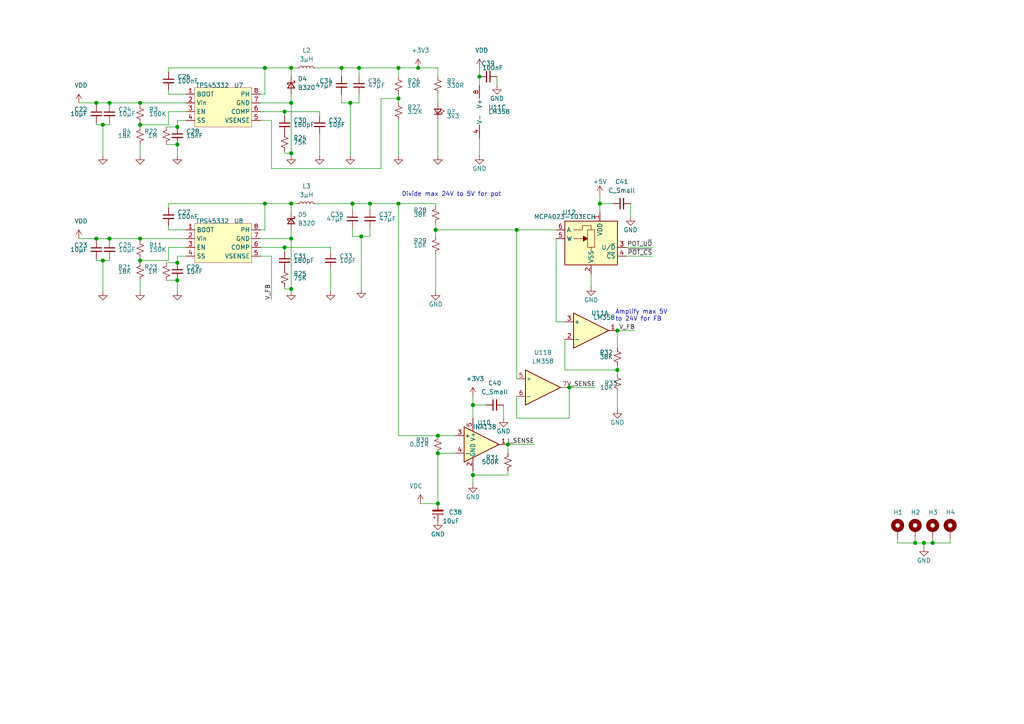
<source format=kicad_sch>
(kicad_sch (version 20200714) (host eeschema "(5.99.0-2671-gfc0a358ba)")
  (page 1 2)
  (paper "A4")
  (junction (at 27.94 29.845) (diameter 1.016))
  (junction (at 27.94 69.215) (diameter 1.016))
  (junction (at 29.845 36.195) (diameter 1.016))
  (junction (at 29.845 75.565) (diameter 1.016))
  (junction (at 31.75 29.845) (diameter 1.016))
  (junction (at 31.75 69.215) (diameter 1.016))
  (junction (at 40.64 29.845) (diameter 1.016))
  (junction (at 40.64 36.195) (diameter 1.016))
  (junction (at 40.64 69.215) (diameter 1.016))
  (junction (at 40.64 75.565) (diameter 1.016))
  (junction (at 51.435 36.83) (diameter 1.016))
  (junction (at 51.435 41.91) (diameter 1.016))
  (junction (at 51.435 76.2) (diameter 1.016))
  (junction (at 51.435 81.28) (diameter 1.016))
  (junction (at 76.835 19.685) (diameter 1.016))
  (junction (at 76.835 59.055) (diameter 1.016))
  (junction (at 82.55 32.385) (diameter 1.016))
  (junction (at 82.55 71.755) (diameter 1.016))
  (junction (at 84.455 19.685) (diameter 1.016))
  (junction (at 84.455 29.845) (diameter 1.016))
  (junction (at 84.455 44.45) (diameter 1.016))
  (junction (at 84.455 59.055) (diameter 1.016))
  (junction (at 84.455 69.215) (diameter 1.016))
  (junction (at 84.455 83.82) (diameter 1.016))
  (junction (at 99.06 19.685) (diameter 1.016))
  (junction (at 101.6 29.845) (diameter 1.016))
  (junction (at 102.235 59.055) (diameter 1.016))
  (junction (at 104.14 19.685) (diameter 1.016))
  (junction (at 104.775 68.58) (diameter 1.016))
  (junction (at 107.315 59.055) (diameter 1.016))
  (junction (at 115.57 19.685) (diameter 1.016))
  (junction (at 115.57 28.575) (diameter 1.016))
  (junction (at 115.57 59.055) (diameter 1.016))
  (junction (at 121.285 19.685) (diameter 1.016))
  (junction (at 126.365 66.675) (diameter 1.016))
  (junction (at 127 126.365) (diameter 1.016))
  (junction (at 127 131.445) (diameter 1.016))
  (junction (at 127 146.05) (diameter 1.016))
  (junction (at 137.16 117.475) (diameter 1.016))
  (junction (at 137.16 137.795) (diameter 1.016))
  (junction (at 139.065 22.225) (diameter 1.016))
  (junction (at 147.32 128.905) (diameter 1.016))
  (junction (at 149.86 66.675) (diameter 1.016))
  (junction (at 165.1 112.395) (diameter 1.016))
  (junction (at 173.99 59.055) (diameter 1.016))
  (junction (at 179.07 95.885) (diameter 1.016))
  (junction (at 179.07 107.315) (diameter 1.016))
  (junction (at 265.43 157.48) (diameter 1.016))
  (junction (at 267.97 157.48) (diameter 1.016))
  (junction (at 270.51 157.48) (diameter 1.016))
  (junction (at 311.15 -2.54) (diameter 1.016))
  (junction (at 311.15 6.35) (diameter 1.016))
  (junction (at 320.04 -29.21) (diameter 1.016))
  (junction (at 320.04 -2.54) (diameter 1.016))
  (junction (at 320.04 6.35) (diameter 1.016))
  (junction (at 321.31 16.51) (diameter 1.016))
  (junction (at 328.93 -2.54) (diameter 1.016))
  (junction (at 332.74 -20.32) (diameter 1.016))
  (junction (at 341.63 36.83) (diameter 1.016))
  (junction (at 341.63 41.91) (diameter 1.016))
  (junction (at 345.44 -29.21) (diameter 1.016))
  (junction (at 359.41 -5.08) (diameter 1.016))
  (junction (at 364.49 66.04) (diameter 1.016))
  (junction (at 364.49 71.12) (diameter 1.016))
  (junction (at 365.76 105.41) (diameter 1.016))
  (junction (at 369.57 0) (diameter 1.016))
  (junction (at 369.57 13.97) (diameter 1.016))
  (junction (at 369.57 66.04) (diameter 1.016))
  (junction (at 369.57 71.12) (diameter 1.016))
  (junction (at 372.11 80.01) (diameter 1.016))
  (junction (at 372.11 97.79) (diameter 1.016))
  (junction (at 372.11 109.22) (diameter 1.016))
  (junction (at 375.92 80.01) (diameter 1.016))
  (junction (at 378.46 80.01) (diameter 1.016))
  (junction (at 378.46 97.79) (diameter 1.016))
  (junction (at 378.46 113.03) (diameter 1.016))
  (junction (at 384.81 -5.08) (diameter 1.016))
  (junction (at 384.81 2.54) (diameter 1.016))
  (junction (at 386.08 97.79) (diameter 1.016))
  (junction (at 386.08 116.84) (diameter 1.016))
  (junction (at 393.7 -5.08) (diameter 1.016))
  (junction (at 393.7 2.54) (diameter 1.016))
  (junction (at 396.24 -39.37) (diameter 1.016))
  (junction (at 397.51 -5.08) (diameter 1.016))
  (junction (at 405.13 109.22) (diameter 1.016))
  (junction (at 405.13 113.03) (diameter 1.016))
  (junction (at 405.13 116.84) (diameter 1.016))
  (junction (at 408.94 -5.08) (diameter 1.016))
  (junction (at 420.37 62.23) (diameter 1.016))
  (junction (at 420.37 67.31) (diameter 1.016))
  (junction (at 420.37 81.915) (diameter 1.016))
  (junction (at 430.53 53.34) (diameter 1.016))
  (junction (at 430.53 73.66) (diameter 1.016))
  (junction (at 440.69 2.54) (diameter 1.016))
  (junction (at 440.69 64.77) (diameter 1.016))
  (junction (at 443.23 2.54) (diameter 1.016))
  (junction (at 458.47 48.26) (diameter 1.016))
  (junction (at 467.36 -5.08) (diameter 1.016))
  (junction (at 472.44 31.75) (diameter 1.016))
  (junction (at 472.44 43.18) (diameter 1.016))
  (junction (at 508 58.42) (diameter 1.016))
  (junction (at 508 60.96) (diameter 1.016))
  (wire (pts (xy 22.86 29.845) (xy 27.94 29.845)))
  (wire (pts (xy 22.86 69.215) (xy 27.94 69.215)))
  (wire (pts (xy 27.94 29.845) (xy 27.94 30.48)))
  (wire (pts (xy 27.94 29.845) (xy 31.75 29.845)))
  (wire (pts (xy 27.94 35.56) (xy 27.94 36.195)))
  (wire (pts (xy 27.94 36.195) (xy 29.845 36.195)))
  (wire (pts (xy 27.94 69.215) (xy 27.94 69.85)))
  (wire (pts (xy 27.94 69.215) (xy 31.75 69.215)))
  (wire (pts (xy 27.94 74.93) (xy 27.94 75.565)))
  (wire (pts (xy 27.94 75.565) (xy 29.845 75.565)))
  (wire (pts (xy 29.845 36.195) (xy 29.845 45.085)))
  (wire (pts (xy 29.845 36.195) (xy 31.75 36.195)))
  (wire (pts (xy 29.845 75.565) (xy 29.845 84.455)))
  (wire (pts (xy 29.845 75.565) (xy 31.75 75.565)))
  (wire (pts (xy 31.75 29.845) (xy 31.75 30.48)))
  (wire (pts (xy 31.75 29.845) (xy 40.64 29.845)))
  (wire (pts (xy 31.75 36.195) (xy 31.75 35.56)))
  (wire (pts (xy 31.75 69.215) (xy 31.75 69.85)))
  (wire (pts (xy 31.75 69.215) (xy 40.64 69.215)))
  (wire (pts (xy 31.75 75.565) (xy 31.75 74.93)))
  (wire (pts (xy 40.64 29.845) (xy 40.64 30.48)))
  (wire (pts (xy 40.64 29.845) (xy 53.975 29.845)))
  (wire (pts (xy 40.64 36.195) (xy 40.64 35.56)))
  (wire (pts (xy 40.64 36.195) (xy 48.895 36.195)))
  (wire (pts (xy 40.64 36.83) (xy 40.64 36.195)))
  (wire (pts (xy 40.64 45.085) (xy 40.64 41.91)))
  (wire (pts (xy 40.64 69.215) (xy 40.64 69.85)))
  (wire (pts (xy 40.64 69.215) (xy 53.975 69.215)))
  (wire (pts (xy 40.64 75.565) (xy 40.64 74.93)))
  (wire (pts (xy 40.64 75.565) (xy 48.895 75.565)))
  (wire (pts (xy 40.64 76.2) (xy 40.64 75.565)))
  (wire (pts (xy 40.64 84.455) (xy 40.64 81.28)))
  (wire (pts (xy 48.26 36.83) (xy 51.435 36.83)))
  (wire (pts (xy 48.26 41.91) (xy 51.435 41.91)))
  (wire (pts (xy 48.26 76.2) (xy 51.435 76.2)))
  (wire (pts (xy 48.26 81.28) (xy 51.435 81.28)))
  (wire (pts (xy 48.895 19.685) (xy 76.835 19.685)))
  (wire (pts (xy 48.895 20.955) (xy 48.895 19.685)))
  (wire (pts (xy 48.895 26.035) (xy 48.895 27.305)))
  (wire (pts (xy 48.895 27.305) (xy 53.975 27.305)))
  (wire (pts (xy 48.895 32.385) (xy 53.975 32.385)))
  (wire (pts (xy 48.895 36.195) (xy 48.895 32.385)))
  (wire (pts (xy 48.895 59.055) (xy 76.835 59.055)))
  (wire (pts (xy 48.895 60.325) (xy 48.895 59.055)))
  (wire (pts (xy 48.895 65.405) (xy 48.895 66.675)))
  (wire (pts (xy 48.895 66.675) (xy 53.975 66.675)))
  (wire (pts (xy 48.895 71.755) (xy 53.975 71.755)))
  (wire (pts (xy 48.895 75.565) (xy 48.895 71.755)))
  (wire (pts (xy 51.435 34.925) (xy 53.975 34.925)))
  (wire (pts (xy 51.435 36.83) (xy 51.435 34.925)))
  (wire (pts (xy 51.435 41.91) (xy 51.435 45.085)))
  (wire (pts (xy 51.435 74.295) (xy 53.975 74.295)))
  (wire (pts (xy 51.435 76.2) (xy 51.435 74.295)))
  (wire (pts (xy 51.435 81.28) (xy 51.435 84.455)))
  (wire (pts (xy 75.565 32.385) (xy 82.55 32.385)))
  (wire (pts (xy 75.565 34.925) (xy 78.74 34.925)))
  (wire (pts (xy 75.565 71.755) (xy 82.55 71.755)))
  (wire (pts (xy 75.565 74.295) (xy 78.74 74.295)))
  (wire (pts (xy 76.835 19.685) (xy 76.835 27.305)))
  (wire (pts (xy 76.835 27.305) (xy 75.565 27.305)))
  (wire (pts (xy 76.835 59.055) (xy 76.835 66.675)))
  (wire (pts (xy 76.835 66.675) (xy 75.565 66.675)))
  (wire (pts (xy 78.74 34.925) (xy 78.74 48.895)))
  (wire (pts (xy 78.74 48.895) (xy 110.49 48.895)))
  (wire (pts (xy 78.74 74.295) (xy 78.74 86.995)))
  (wire (pts (xy 82.55 32.385) (xy 82.55 33.655)))
  (wire (pts (xy 82.55 43.815) (xy 82.55 44.45)))
  (wire (pts (xy 82.55 44.45) (xy 84.455 44.45)))
  (wire (pts (xy 82.55 71.755) (xy 82.55 73.025)))
  (wire (pts (xy 82.55 83.185) (xy 82.55 83.82)))
  (wire (pts (xy 82.55 83.82) (xy 84.455 83.82)))
  (wire (pts (xy 84.455 19.685) (xy 76.835 19.685)))
  (wire (pts (xy 84.455 19.685) (xy 86.36 19.685)))
  (wire (pts (xy 84.455 22.225) (xy 84.455 19.685)))
  (wire (pts (xy 84.455 27.305) (xy 84.455 29.845)))
  (wire (pts (xy 84.455 29.845) (xy 75.565 29.845)))
  (wire (pts (xy 84.455 29.845) (xy 84.455 44.45)))
  (wire (pts (xy 84.455 44.45) (xy 84.455 45.085)))
  (wire (pts (xy 84.455 59.055) (xy 76.835 59.055)))
  (wire (pts (xy 84.455 59.055) (xy 86.36 59.055)))
  (wire (pts (xy 84.455 61.595) (xy 84.455 59.055)))
  (wire (pts (xy 84.455 66.675) (xy 84.455 69.215)))
  (wire (pts (xy 84.455 69.215) (xy 75.565 69.215)))
  (wire (pts (xy 84.455 69.215) (xy 84.455 83.82)))
  (wire (pts (xy 84.455 83.82) (xy 84.455 84.455)))
  (wire (pts (xy 91.44 19.685) (xy 99.06 19.685)))
  (wire (pts (xy 91.44 59.055) (xy 102.235 59.055)))
  (wire (pts (xy 92.71 32.385) (xy 82.55 32.385)))
  (wire (pts (xy 92.71 33.655) (xy 92.71 32.385)))
  (wire (pts (xy 92.71 38.735) (xy 92.71 45.085)))
  (wire (pts (xy 95.885 71.755) (xy 82.55 71.755)))
  (wire (pts (xy 95.885 73.025) (xy 95.885 71.755)))
  (wire (pts (xy 95.885 78.105) (xy 95.885 84.455)))
  (wire (pts (xy 99.06 19.685) (xy 99.06 22.225)))
  (wire (pts (xy 99.06 19.685) (xy 104.14 19.685)))
  (wire (pts (xy 99.06 27.305) (xy 99.06 29.845)))
  (wire (pts (xy 101.6 29.845) (xy 99.06 29.845)))
  (wire (pts (xy 101.6 29.845) (xy 101.6 45.085)))
  (wire (pts (xy 102.235 59.055) (xy 102.235 60.96)))
  (wire (pts (xy 102.235 59.055) (xy 107.315 59.055)))
  (wire (pts (xy 102.235 66.04) (xy 102.235 68.58)))
  (wire (pts (xy 104.14 19.685) (xy 104.14 22.225)))
  (wire (pts (xy 104.14 27.305) (xy 104.14 29.845)))
  (wire (pts (xy 104.14 29.845) (xy 101.6 29.845)))
  (wire (pts (xy 104.775 68.58) (xy 102.235 68.58)))
  (wire (pts (xy 104.775 68.58) (xy 104.775 83.82)))
  (wire (pts (xy 107.315 59.055) (xy 107.315 60.96)))
  (wire (pts (xy 107.315 59.055) (xy 115.57 59.055)))
  (wire (pts (xy 107.315 66.04) (xy 107.315 68.58)))
  (wire (pts (xy 107.315 68.58) (xy 104.775 68.58)))
  (wire (pts (xy 110.49 28.575) (xy 115.57 28.575)))
  (wire (pts (xy 110.49 48.895) (xy 110.49 28.575)))
  (wire (pts (xy 115.57 19.685) (xy 104.14 19.685)))
  (wire (pts (xy 115.57 19.685) (xy 121.285 19.685)))
  (wire (pts (xy 115.57 22.225) (xy 115.57 19.685)))
  (wire (pts (xy 115.57 27.305) (xy 115.57 28.575)))
  (wire (pts (xy 115.57 28.575) (xy 115.57 29.845)))
  (wire (pts (xy 115.57 34.925) (xy 115.57 45.085)))
  (wire (pts (xy 115.57 59.055) (xy 115.57 126.365)))
  (wire (pts (xy 115.57 59.055) (xy 126.365 59.055)))
  (wire (pts (xy 115.57 126.365) (xy 127 126.365)))
  (wire (pts (xy 121.285 19.685) (xy 127 19.685)))
  (wire (pts (xy 121.92 146.05) (xy 127 146.05)))
  (wire (pts (xy 126.365 59.69) (xy 126.365 59.055)))
  (wire (pts (xy 126.365 64.77) (xy 126.365 66.675)))
  (wire (pts (xy 126.365 66.675) (xy 126.365 68.58)))
  (wire (pts (xy 126.365 73.66) (xy 126.365 84.455)))
  (wire (pts (xy 127 19.685) (xy 127 22.225)))
  (wire (pts (xy 127 27.305) (xy 127 29.845)))
  (wire (pts (xy 127 45.085) (xy 127 34.925)))
  (wire (pts (xy 127 126.365) (xy 132.08 126.365)))
  (wire (pts (xy 127 131.445) (xy 127 146.05)))
  (wire (pts (xy 127 131.445) (xy 132.08 131.445)))
  (wire (pts (xy 137.16 114.935) (xy 137.16 117.475)))
  (wire (pts (xy 137.16 117.475) (xy 137.16 121.285)))
  (wire (pts (xy 137.16 117.475) (xy 140.97 117.475)))
  (wire (pts (xy 137.16 137.795) (xy 137.16 136.525)))
  (wire (pts (xy 137.16 137.795) (xy 147.32 137.795)))
  (wire (pts (xy 137.16 140.335) (xy 137.16 137.795)))
  (wire (pts (xy 139.065 19.685) (xy 139.065 22.225)))
  (wire (pts (xy 139.065 22.225) (xy 139.065 24.765)))
  (wire (pts (xy 139.065 45.085) (xy 139.065 40.005)))
  (wire (pts (xy 144.145 22.225) (xy 144.145 24.765)))
  (wire (pts (xy 146.05 117.475) (xy 146.05 121.285)))
  (wire (pts (xy 147.32 128.905) (xy 147.32 131.445)))
  (wire (pts (xy 147.32 128.905) (xy 154.94 128.905)))
  (wire (pts (xy 147.32 136.525) (xy 147.32 137.795)))
  (wire (pts (xy 149.86 66.675) (xy 126.365 66.675)))
  (wire (pts (xy 149.86 66.675) (xy 149.86 109.855)))
  (wire (pts (xy 149.86 114.935) (xy 149.86 121.285)))
  (wire (pts (xy 149.86 121.285) (xy 165.1 121.285)))
  (wire (pts (xy 161.29 66.675) (xy 149.86 66.675)))
  (wire (pts (xy 161.29 93.345) (xy 161.29 69.215)))
  (wire (pts (xy 163.83 93.345) (xy 161.29 93.345)))
  (wire (pts (xy 163.83 107.315) (xy 163.83 98.425)))
  (wire (pts (xy 165.1 112.395) (xy 172.72 112.395)))
  (wire (pts (xy 165.1 121.285) (xy 165.1 112.395)))
  (wire (pts (xy 171.45 79.375) (xy 171.45 83.185)))
  (wire (pts (xy 173.99 56.515) (xy 173.99 59.055)))
  (wire (pts (xy 173.99 59.055) (xy 173.99 61.595)))
  (wire (pts (xy 173.99 59.055) (xy 177.8 59.055)))
  (wire (pts (xy 179.07 95.885) (xy 179.07 100.965)))
  (wire (pts (xy 179.07 95.885) (xy 184.15 95.885)))
  (wire (pts (xy 179.07 106.045) (xy 179.07 107.315)))
  (wire (pts (xy 179.07 107.315) (xy 163.83 107.315)))
  (wire (pts (xy 179.07 107.315) (xy 179.07 108.585)))
  (wire (pts (xy 179.07 113.665) (xy 179.07 118.745)))
  (wire (pts (xy 181.61 71.755) (xy 189.23 71.755)))
  (wire (pts (xy 181.61 74.295) (xy 189.23 74.295)))
  (wire (pts (xy 182.88 59.055) (xy 182.88 62.865)))
  (wire (pts (xy 260.35 156.21) (xy 260.35 157.48)))
  (wire (pts (xy 260.35 157.48) (xy 265.43 157.48)))
  (wire (pts (xy 265.43 156.21) (xy 265.43 157.48)))
  (wire (pts (xy 265.43 157.48) (xy 267.97 157.48)))
  (wire (pts (xy 267.97 157.48) (xy 267.97 158.75)))
  (wire (pts (xy 267.97 157.48) (xy 270.51 157.48)))
  (wire (pts (xy 270.51 156.21) (xy 270.51 157.48)))
  (wire (pts (xy 270.51 157.48) (xy 275.59 157.48)))
  (wire (pts (xy 275.59 157.48) (xy 275.59 156.21)))
  (wire (pts (xy 304.8 -2.54) (xy 311.15 -2.54)))
  (wire (pts (xy 306.07 87.63) (xy 306.07 90.17)))
  (wire (pts (xy 306.07 95.25) (xy 306.07 97.79)))
  (wire (pts (xy 306.07 102.87) (xy 325.12 102.87)))
  (wire (pts (xy 311.15 -29.21) (xy 311.15 -2.54)))
  (wire (pts (xy 311.15 -2.54) (xy 311.15 -1.27)))
  (wire (pts (xy 311.15 -2.54) (xy 320.04 -2.54)))
  (wire (pts (xy 311.15 3.81) (xy 311.15 6.35)))
  (wire (pts (xy 311.15 6.35) (xy 311.15 16.51)))
  (wire (pts (xy 311.15 6.35) (xy 320.04 6.35)))
  (wire (pts (xy 311.15 16.51) (xy 321.31 16.51)))
  (wire (pts (xy 314.96 52.07) (xy 325.12 52.07)))
  (wire (pts (xy 317.5 83.82) (xy 317.5 86.36)))
  (wire (pts (xy 317.5 91.44) (xy 317.5 93.98)))
  (wire (pts (xy 317.5 99.06) (xy 317.5 100.33)))
  (wire (pts (xy 317.5 100.33) (xy 325.12 100.33)))
  (wire (pts (xy 320.04 -29.21) (xy 311.15 -29.21)))
  (wire (pts (xy 320.04 -29.21) (xy 325.12 -29.21)))
  (wire (pts (xy 320.04 -24.13) (xy 320.04 -20.32)))
  (wire (pts (xy 320.04 -20.32) (xy 332.74 -20.32)))
  (wire (pts (xy 320.04 -2.54) (xy 320.04 -1.27)))
  (wire (pts (xy 320.04 -2.54) (xy 328.93 -2.54)))
  (wire (pts (xy 320.04 3.81) (xy 320.04 6.35)))
  (wire (pts (xy 320.04 6.35) (xy 328.93 6.35)))
  (wire (pts (xy 320.04 95.25) (xy 325.12 95.25)))
  (wire (pts (xy 320.04 97.79) (xy 325.12 97.79)))
  (wire (pts (xy 321.31 16.51) (xy 321.31 19.05)))
  (wire (pts (xy 321.31 16.51) (xy 336.55 16.51)))
  (wire (pts (xy 323.85 36.83) (xy 336.55 36.83)))
  (wire (pts (xy 325.12 11.43) (xy 332.74 11.43)))
  (wire (pts (xy 328.93 -2.54) (xy 328.93 -1.27)))
  (wire (pts (xy 328.93 -2.54) (xy 336.55 -2.54)))
  (wire (pts (xy 328.93 6.35) (xy 328.93 3.81)))
  (wire (pts (xy 332.74 -21.59) (xy 332.74 -20.32)))
  (wire (pts (xy 332.74 -20.32) (xy 345.44 -20.32)))
  (wire (pts (xy 332.74 0) (xy 336.55 0)))
  (wire (pts (xy 332.74 11.43) (xy 332.74 0)))
  (wire (pts (xy 334.01 -13.97) (xy 359.41 -13.97)))
  (wire (pts (xy 334.01 -10.16) (xy 334.01 -13.97)))
  (wire (pts (xy 334.01 -5.08) (xy 336.55 -5.08)))
  (wire (pts (xy 336.55 2.54) (xy 336.55 7.62)))
  (wire (pts (xy 336.55 12.7) (xy 336.55 16.51)))
  (wire (pts (xy 340.36 -29.21) (xy 345.44 -29.21)))
  (wire (pts (xy 340.36 41.91) (xy 341.63 41.91)))
  (wire (pts (xy 340.36 44.45) (xy 340.36 41.91)))
  (wire (pts (xy 340.36 124.46) (xy 340.36 120.65)))
  (wire (pts (xy 341.63 34.29) (xy 341.63 36.83)))
  (wire (pts (xy 341.63 36.83) (xy 341.63 41.91)))
  (wire (pts (xy 341.63 41.91) (xy 342.9 41.91)))
  (wire (pts (xy 342.9 41.91) (xy 342.9 44.45)))
  (wire (pts (xy 345.44 -29.21) (xy 353.06 -29.21)))
  (wire (pts (xy 345.44 -20.32) (xy 345.44 -24.13)))
  (wire (pts (xy 346.71 36.83) (xy 359.41 36.83)))
  (wire (pts (xy 347.98 7.62) (xy 347.98 19.05)))
  (wire (pts (xy 355.6 57.15) (xy 361.95 57.15)))
  (wire (pts (xy 355.6 59.69) (xy 361.95 59.69)))
  (wire (pts (xy 355.6 62.23) (xy 361.95 62.23)))
  (wire (pts (xy 355.6 64.77) (xy 361.95 64.77)))
  (wire (pts (xy 355.6 66.04) (xy 355.6 67.31)))
  (wire (pts (xy 355.6 69.85) (xy 355.6 71.12)))
  (wire (pts (xy 355.6 71.12) (xy 364.49 71.12)))
  (wire (pts (xy 355.6 74.93) (xy 364.49 74.93)))
  (wire (pts (xy 355.6 77.47) (xy 364.49 77.47)))
  (wire (pts (xy 355.6 85.09) (xy 361.95 85.09)))
  (wire (pts (xy 355.6 87.63) (xy 361.95 87.63)))
  (wire (pts (xy 355.6 90.17) (xy 361.95 90.17)))
  (wire (pts (xy 355.6 95.25) (xy 363.22 95.25)))
  (wire (pts (xy 355.6 97.79) (xy 363.22 97.79)))
  (wire (pts (xy 355.6 100.33) (xy 363.22 100.33)))
  (wire (pts (xy 359.41 -13.97) (xy 359.41 -5.08)))
  (wire (pts (xy 359.41 -5.08) (xy 368.3 -5.08)))
  (wire (pts (xy 359.41 0) (xy 369.57 0)))
  (wire (pts (xy 359.41 2.54) (xy 363.22 2.54)))
  (wire (pts (xy 361.95 105.41) (xy 365.76 105.41)))
  (wire (pts (xy 361.95 109.22) (xy 372.11 109.22)))
  (wire (pts (xy 361.95 113.03) (xy 378.46 113.03)))
  (wire (pts (xy 361.95 116.84) (xy 386.08 116.84)))
  (wire (pts (xy 364.49 66.04) (xy 355.6 66.04)))
  (wire (pts (xy 364.49 71.12) (xy 369.57 71.12)))
  (wire (pts (xy 365.76 50.8) (xy 372.11 50.8)))
  (wire (pts (xy 365.76 53.34) (xy 372.11 53.34)))
  (wire (pts (xy 365.76 55.88) (xy 372.11 55.88)))
  (wire (pts (xy 365.76 97.79) (xy 372.11 97.79)))
  (wire (pts (xy 365.76 99.06) (xy 365.76 97.79)))
  (wire (pts (xy 365.76 104.14) (xy 365.76 105.41)))
  (wire (pts (xy 365.76 105.41) (xy 392.43 105.41)))
  (wire (pts (xy 367.03 68.58) (xy 367.03 80.01)))
  (wire (pts (xy 367.03 80.01) (xy 372.11 80.01)))
  (wire (pts (xy 369.57 5.08) (xy 369.57 6.35)))
  (wire (pts (xy 369.57 13.97) (xy 369.57 11.43)))
  (wire (pts (xy 369.57 13.97) (xy 369.57 19.05)))
  (wire (pts (xy 369.57 66.04) (xy 364.49 66.04)))
  (wire (pts (xy 369.57 71.12) (xy 378.46 71.12)))
  (wire (pts (xy 372.11 68.58) (xy 372.11 80.01)))
  (wire (pts (xy 372.11 80.01) (xy 375.92 80.01)))
  (wire (pts (xy 372.11 97.79) (xy 372.11 99.06)))
  (wire (pts (xy 372.11 97.79) (xy 378.46 97.79)))
  (wire (pts (xy 372.11 104.14) (xy 372.11 109.22)))
  (wire (pts (xy 373.38 -5.08) (xy 384.81 -5.08)))
  (wire (pts (xy 375.92 80.01) (xy 375.92 82.55)))
  (wire (pts (xy 375.92 80.01) (xy 378.46 80.01)))
  (wire (pts (xy 377.19 0) (xy 369.57 0)))
  (wire (pts (xy 377.19 6.35) (xy 377.19 0)))
  (wire (pts (xy 377.19 11.43) (xy 377.19 13.97)))
  (wire (pts (xy 377.19 13.97) (xy 369.57 13.97)))
  (wire (pts (xy 378.46 76.2) (xy 378.46 80.01)))
  (wire (pts (xy 378.46 80.01) (xy 386.08 80.01)))
  (wire (pts (xy 378.46 97.79) (xy 378.46 99.06)))
  (wire (pts (xy 378.46 97.79) (xy 386.08 97.79)))
  (wire (pts (xy 378.46 104.14) (xy 378.46 113.03)))
  (wire (pts (xy 378.46 113.03) (xy 392.43 113.03)))
  (wire (pts (xy 384.81 -5.08) (xy 384.81 -3.81)))
  (wire (pts (xy 384.81 -5.08) (xy 393.7 -5.08)))
  (wire (pts (xy 384.81 1.27) (xy 384.81 2.54)))
  (wire (pts (xy 384.81 2.54) (xy 384.81 19.05)))
  (wire (pts (xy 384.81 50.8) (xy 389.89 50.8)))
  (wire (pts (xy 384.81 53.34) (xy 389.89 53.34)))
  (wire (pts (xy 384.81 55.88) (xy 389.89 55.88)))
  (wire (pts (xy 386.08 66.04) (xy 369.57 66.04)))
  (wire (pts (xy 386.08 71.12) (xy 386.08 66.04)))
  (wire (pts (xy 386.08 80.01) (xy 386.08 76.2)))
  (wire (pts (xy 386.08 97.79) (xy 386.08 99.06)))
  (wire (pts (xy 386.08 104.14) (xy 386.08 116.84)))
  (wire (pts (xy 386.08 116.84) (xy 392.43 116.84)))
  (wire (pts (xy 392.43 109.22) (xy 372.11 109.22)))
  (wire (pts (xy 393.7 -5.08) (xy 393.7 -3.81)))
  (wire (pts (xy 393.7 -5.08) (xy 397.51 -5.08)))
  (wire (pts (xy 393.7 1.27) (xy 393.7 2.54)))
  (wire (pts (xy 393.7 2.54) (xy 384.81 2.54)))
  (wire (pts (xy 393.7 2.54) (xy 397.51 2.54)))
  (wire (pts (xy 396.24 -41.91) (xy 396.24 -39.37)))
  (wire (pts (xy 396.24 -39.37) (xy 396.24 -36.83)))
  (wire (pts (xy 396.24 -17.78) (xy 396.24 -21.59)))
  (wire (pts (xy 397.51 -5.08) (xy 408.94 -5.08)))
  (wire (pts (xy 401.32 -39.37) (xy 401.32 -36.83)))
  (wire (pts (xy 402.59 105.41) (xy 405.13 105.41)))
  (wire (pts (xy 402.59 109.22) (xy 405.13 109.22)))
  (wire (pts (xy 402.59 113.03) (xy 405.13 113.03)))
  (wire (pts (xy 405.13 105.41) (xy 405.13 109.22)))
  (wire (pts (xy 405.13 109.22) (xy 405.13 113.03)))
  (wire (pts (xy 405.13 113.03) (xy 405.13 116.84)))
  (wire (pts (xy 405.13 116.84) (xy 402.59 116.84)))
  (wire (pts (xy 405.13 116.84) (xy 405.13 124.46)))
  (wire (pts (xy 408.94 -5.08) (xy 408.94 62.23)))
  (wire (pts (xy 408.94 -5.08) (xy 414.02 -5.08)))
  (wire (pts (xy 408.94 62.23) (xy 420.37 62.23)))
  (wire (pts (xy 415.29 -5.08) (xy 415.29 0)))
  (wire (pts (xy 415.29 0) (xy 414.02 0)))
  (wire (pts (xy 415.29 81.915) (xy 420.37 81.915)))
  (wire (pts (xy 420.37 62.23) (xy 425.45 62.23)))
  (wire (pts (xy 420.37 67.31) (xy 420.37 81.915)))
  (wire (pts (xy 420.37 67.31) (xy 425.45 67.31)))
  (wire (pts (xy 422.91 -5.08) (xy 415.29 -5.08)))
  (wire (pts (xy 422.91 0) (xy 424.18 0)))
  (wire (pts (xy 424.18 -5.08) (xy 431.8 -5.08)))
  (wire (pts (xy 424.18 0) (xy 424.18 -5.08)))
  (wire (pts (xy 430.53 50.8) (xy 430.53 53.34)))
  (wire (pts (xy 430.53 53.34) (xy 430.53 57.15)))
  (wire (pts (xy 430.53 53.34) (xy 434.34 53.34)))
  (wire (pts (xy 430.53 73.66) (xy 430.53 72.39)))
  (wire (pts (xy 430.53 73.66) (xy 440.69 73.66)))
  (wire (pts (xy 430.53 76.2) (xy 430.53 73.66)))
  (wire (pts (xy 431.8 0) (xy 433.07 0)))
  (wire (pts (xy 433.07 -5.08) (xy 440.69 -5.08)))
  (wire (pts (xy 433.07 0) (xy 433.07 -5.08)))
  (wire (pts (xy 439.42 53.34) (xy 439.42 57.15)))
  (wire (pts (xy 440.69 0) (xy 440.69 2.54)))
  (wire (pts (xy 440.69 2.54) (xy 440.69 5.08)))
  (wire (pts (xy 440.69 10.16) (xy 440.69 19.05)))
  (wire (pts (xy 440.69 64.77) (xy 440.69 67.31)))
  (wire (pts (xy 440.69 64.77) (xy 448.31 64.77)))
  (wire (pts (xy 440.69 72.39) (xy 440.69 73.66)))
  (wire (pts (xy 443.23 2.54) (xy 440.69 2.54)))
  (wire (pts (xy 443.23 2.54) (xy 443.23 45.72)))
  (wire (pts (xy 443.23 50.8) (xy 443.23 57.15)))
  (wire (pts (xy 443.23 57.15) (xy 458.47 57.15)))
  (wire (pts (xy 454.66 2.54) (xy 443.23 2.54)))
  (wire (pts (xy 454.66 29.21) (xy 454.66 5.08)))
  (wire (pts (xy 457.2 29.21) (xy 454.66 29.21)))
  (wire (pts (xy 457.2 43.18) (xy 457.2 34.29)))
  (wire (pts (xy 458.47 48.26) (xy 466.09 48.26)))
  (wire (pts (xy 458.47 57.15) (xy 458.47 48.26)))
  (wire (pts (xy 464.82 15.24) (xy 464.82 19.05)))
  (wire (pts (xy 467.36 -7.62) (xy 467.36 -5.08)))
  (wire (pts (xy 467.36 -5.08) (xy 467.36 -2.54)))
  (wire (pts (xy 467.36 -5.08) (xy 471.17 -5.08)))
  (wire (pts (xy 472.44 31.75) (xy 472.44 36.83)))
  (wire (pts (xy 472.44 31.75) (xy 477.52 31.75)))
  (wire (pts (xy 472.44 41.91) (xy 472.44 43.18)))
  (wire (pts (xy 472.44 43.18) (xy 457.2 43.18)))
  (wire (pts (xy 472.44 43.18) (xy 472.44 44.45)))
  (wire (pts (xy 472.44 49.53) (xy 472.44 54.61)))
  (wire (pts (xy 474.98 7.62) (xy 482.6 7.62)))
  (wire (pts (xy 474.98 10.16) (xy 482.6 10.16)))
  (wire (pts (xy 476.25 -5.08) (xy 476.25 -1.27)))
  (wire (pts (xy 495.3 81.28) (xy 501.65 81.28)))
  (wire (pts (xy 502.92 57.15) (xy 505.46 57.15)))
  (wire (pts (xy 502.92 62.23) (xy 505.46 62.23)))
  (wire (pts (xy 505.46 57.15) (xy 505.46 58.42)))
  (wire (pts (xy 505.46 58.42) (xy 508 58.42)))
  (wire (pts (xy 505.46 60.96) (xy 508 60.96)))
  (wire (pts (xy 505.46 62.23) (xy 505.46 60.96)))
  (wire (pts (xy 515.62 81.28) (xy 521.97 81.28)))
  (polyline (pts (xy 410.21 -7.62) (xy 440.69 -7.62)) (stroke (width 0) (type solid)))
  (polyline (pts (xy 410.21 -5.08) (xy 410.21 -7.62)) (stroke (width 0) (type solid)))
  (polyline (pts (xy 440.69 -7.62) (xy 440.69 -5.08)) (stroke (width 0) (type solid)))
  (text "Divide max 24V to 5V for pot" (at 145.415 57.15 180) (effects (font (size 1.27 1.27)) (justify right bottom)))
  (text "Amplify max 5V \nto 24V for FB" (at 178.435 93.345 0) (effects (font (size 1.27 1.27)) (justify left bottom)))
  (text "Assuming 12V max" (at 392.43 -6.35 180) (effects (font (size 1.27 1.27)) (justify right bottom)))
  (text "Replace with a 14K resistor" (at 438.15 -7.62 180) (effects (font (size 1.27 1.27)) (justify right bottom)))
  (text "Divide max 12V to 5V for pot" (at 439.42 2.54 180) (effects (font (size 1.27 1.27)) (justify right bottom)))
  (text "Amplify max 5V \nto 12V for FB" (at 471.17 29.21 0) (effects (font (size 1.27 1.27)) (justify left bottom)))
  (label "V_FB" (at 78.74 86.995 90))
  (label "I_SENSE" (at 154.94 128.905 180))
  (label "V_SENSE" (at 172.72 112.395 180))
  (label "V_FB" (at 184.15 95.885 180))
  (label "POT_U~D" (at 189.23 71.755 180))
  (label "~POT_CS" (at 189.23 74.295 180))
  (label "SW1" (at 320.04 95.25 0))
  (label "SW4" (at 320.04 97.79 0))
  (label "REG_EN" (at 325.12 11.43 0))
  (label "SW3" (at 355.6 102.87 0))
  (label "SW2" (at 355.6 105.41 0))
  (label "~SS" (at 361.95 57.15 180))
  (label "MOSI" (at 361.95 59.69 180))
  (label "MISO" (at 361.95 62.23 180))
  (label "SCK" (at 361.95 64.77 180))
  (label "SDA0" (at 361.95 85.09 180))
  (label "SCL0" (at 361.95 87.63 180))
  (label "RST" (at 361.95 90.17 180))
  (label "SW1" (at 361.95 105.41 0))
  (label "SW2" (at 361.95 109.22 0))
  (label "SW3" (at 361.95 113.03 0))
  (label "SW4" (at 361.95 116.84 0))
  (label "V_FB" (at 363.22 2.54 180))
  (label "REG_EN" (at 363.22 95.25 180))
  (label "POT_U~D" (at 363.22 97.79 180))
  (label "~POT_CS" (at 363.22 100.33 180))
  (label "V_SENSE" (at 364.49 74.93 180))
  (label "I_SENSE" (at 364.49 77.47 180))
  (label "MISO" (at 365.76 50.8 0))
  (label "SCK" (at 365.76 53.34 0))
  (label "RST" (at 365.76 55.88 0))
  (label "MOSI" (at 389.89 53.34 180))
  (label "I_SENSE" (at 448.31 64.77 180))
  (label "V_SENSE" (at 466.09 48.26 180))
  (label "V_FB" (at 477.52 31.75 180))
  (label "POT_U~D" (at 482.6 7.62 180))
  (label "~POT_CS" (at 482.6 10.16 180))
  (label "SDA0" (at 501.65 76.2 180))
  (label "SCL0" (at 501.65 78.74 180))
  (label "SDA0" (at 521.97 76.2 180))
  (label "SCL0" (at 521.97 78.74 180))
  (symbol (lib_id "Device:L_Small") (at 88.9 19.685 90) (unit 1)
    (property "Reference" "L2" (at 88.9 14.605 90))
    (property "Value" "3μH" (at 88.9 17.145 90))
    (property "Footprint" "Inductor_SMD:L_Sunlord_MWSA0518_5.4x5.2mm" (effects hide))
  )
  (symbol (lib_id "Device:L_Small") (at 88.9 59.055 90) (unit 1)
    (property "Reference" "L3" (at 88.9 53.975 90))
    (property "Value" "3μH" (at 88.9 56.515 90))
    (property "Footprint" "Inductor_SMD:L_Sunlord_MWSA0518_5.4x5.2mm" (effects hide))
  )
  (symbol (lib_id "Device:L_Small") (at 370.84 -5.08 90) (unit 1)
    (property "Reference" "L1" (at 370.84 -10.16 90))
    (property "Value" "4.7µH" (at 370.84 -7.62 90))
    (property "Footprint" "Inductor_SMD:L_Bourns_SRR1260" (effects hide))
  )
  (symbol (lib_id "power:VDD") (at 22.86 29.845 0) (unit 1)
    (property "Reference" "#PWR0148" (effects hide))
    (property "Value" "VDD" (at 23.495 24.765 0))
  )
  (symbol (lib_id "power:VDD") (at 22.86 69.215 0) (unit 1)
    (property "Reference" "#PWR0153" (effects hide))
    (property "Value" "VDD" (at 23.495 64.135 0))
  )
  (symbol (lib_id "power:+3V3") (at 121.285 19.685 0) (unit 1)
    (property "Reference" "#PWR0169" (effects hide))
    (property "Value" "+3V3" (at 121.92 14.605 0))
  )
  (symbol (lib_id "power:VDC") (at 121.92 146.05 0) (mirror y) (unit 1)
    (property "Reference" "#PWR0160" (effects hide))
    (property "Value" "VDC" (at 120.65 140.97 0))
  )
  (symbol (lib_id "power:+3V3") (at 137.16 114.935 0) (unit 1)
    (property "Reference" "#PWR0162" (effects hide))
    (property "Value" "+3V3" (at 137.795 109.855 0))
  )
  (symbol (lib_id "power:VDD") (at 139.065 19.685 0) (unit 1)
    (property "Reference" "#PWR0167" (effects hide))
    (property "Value" "VDD" (at 139.7 14.605 0))
  )
  (symbol (lib_id "power:+5V") (at 173.99 56.515 0) (unit 1)
    (property "Reference" "#PWR0138" (effects hide))
    (property "Value" "+5V" (at 173.99 52.705 0))
  )
  (symbol (lib_id "power:+VSW") (at 304.8 -2.54 0) (unit 1)
    (property "Reference" "#PWR0111" (effects hide))
    (property "Value" "+VSW" (at 306.07 -7.62 0))
  )
  (symbol (lib_id "power:+5V") (at 306.07 87.63 0) (unit 1)
    (property "Reference" "#PWR0137" (effects hide))
    (property "Value" "+5V" (at 306.07 83.82 0))
  )
  (symbol (lib_id "power:+5V") (at 317.5 83.82 0) (unit 1)
    (property "Reference" "#PWR0136" (effects hide))
    (property "Value" "+5V" (at 317.5 80.01 0))
  )
  (symbol (lib_id "power:+5V") (at 341.63 34.29 0) (unit 1)
    (property "Reference" "#PWR0110" (effects hide))
    (property "Value" "+5V" (at 341.63 30.48 0))
  )
  (symbol (lib_id "power:+5V") (at 353.06 -29.21 0) (unit 1)
    (property "Reference" "#PWR0112" (effects hide))
    (property "Value" "+5V" (at 353.06 -33.02 0))
  )
  (symbol (lib_id "power:+5V") (at 386.08 97.79 0) (unit 1)
    (property "Reference" "#PWR0135" (effects hide))
    (property "Value" "+5V" (at 388.62 96.52 0))
  )
  (symbol (lib_id "power:+5V") (at 389.89 50.8 0) (unit 1)
    (property "Reference" "#PWR0119" (effects hide))
    (property "Value" "+5V" (at 389.89 46.99 0))
  )
  (symbol (lib_id "power:+VSW") (at 396.24 -41.91 0) (unit 1)
    (property "Reference" "#PWR0108" (effects hide))
    (property "Value" "+VSW" (at 397.51 -46.99 0))
  )
  (symbol (lib_id "power:VDC") (at 415.29 81.915 0) (mirror y) (unit 1)
    (property "Reference" "#PWR0133" (effects hide))
    (property "Value" "VDC" (at 414.02 76.835 0))
  )
  (symbol (lib_id "power:+5V") (at 430.53 50.8 0) (unit 1)
    (property "Reference" "#PWR0125" (effects hide))
    (property "Value" "+5V" (at 430.53 46.99 0))
  )
  (symbol (lib_id "power:+5V") (at 467.36 -7.62 0) (unit 1)
    (property "Reference" "#PWR0116" (effects hide))
    (property "Value" "+5V" (at 467.36 -11.43 0))
  )
  (symbol (lib_id "power:+5V") (at 495.3 81.28 0) (unit 1)
    (property "Reference" "#PWR0142" (effects hide))
    (property "Value" "+5V" (at 495.3 77.47 0))
  )
  (symbol (lib_id "power:VDC") (at 508 39.37 0) (unit 1)
    (property "Reference" "#PWR0129" (effects hide))
    (property "Value" "VDC" (at 508 35.56 0))
  )
  (symbol (lib_id "power:+VSW") (at 508 58.42 0) (unit 1)
    (property "Reference" "#PWR0128" (effects hide))
    (property "Value" "+VSW" (at 508 54.61 0))
  )
  (symbol (lib_id "power:+5V") (at 515.62 81.28 0) (unit 1)
    (property "Reference" "#PWR0145" (effects hide))
    (property "Value" "+5V" (at 515.62 77.47 0))
  )
  (symbol (lib_id "power:GND") (at 29.845 45.085 0) (unit 1)
    (property "Reference" "#PWR0149" (effects hide))
    (property "Value" "GND" (effects hide))
  )
  (symbol (lib_id "power:GND") (at 29.845 84.455 0) (unit 1)
    (property "Reference" "#PWR0154" (effects hide))
    (property "Value" "GND" (effects hide))
  )
  (symbol (lib_id "power:GND") (at 40.64 45.085 0) (unit 1)
    (property "Reference" "#PWR0150" (effects hide))
    (property "Value" "GND" (effects hide))
  )
  (symbol (lib_id "power:GND") (at 40.64 84.455 0) (unit 1)
    (property "Reference" "#PWR0155" (effects hide))
    (property "Value" "GND" (effects hide))
  )
  (symbol (lib_id "power:GND") (at 51.435 45.085 0) (unit 1)
    (property "Reference" "#PWR0151" (effects hide))
    (property "Value" "GND" (effects hide))
  )
  (symbol (lib_id "power:GND") (at 51.435 84.455 0) (unit 1)
    (property "Reference" "#PWR0156" (effects hide))
    (property "Value" "GND" (effects hide))
  )
  (symbol (lib_id "power:GND") (at 84.455 45.085 0) (unit 1)
    (property "Reference" "#PWR0157" (effects hide))
    (property "Value" "GND" (effects hide))
  )
  (symbol (lib_id "power:GND") (at 84.455 84.455 0) (unit 1)
    (property "Reference" "#PWR0147" (effects hide))
    (property "Value" "GND" (effects hide))
  )
  (symbol (lib_id "power:GND") (at 92.71 45.085 0) (unit 1)
    (property "Reference" "#PWR0170" (effects hide))
    (property "Value" "GND" (effects hide))
  )
  (symbol (lib_id "power:GND") (at 95.885 84.455 0) (unit 1)
    (property "Reference" "#PWR0146" (effects hide))
    (property "Value" "GND" (effects hide))
  )
  (symbol (lib_id "power:GND") (at 101.6 45.085 0) (unit 1)
    (property "Reference" "#PWR0171" (effects hide))
    (property "Value" "GND" (effects hide))
  )
  (symbol (lib_id "power:GND") (at 104.775 83.82 0) (unit 1)
    (property "Reference" "#PWR0164" (effects hide))
    (property "Value" "GND" (effects hide))
  )
  (symbol (lib_id "power:GND") (at 115.57 45.085 0) (unit 1)
    (property "Reference" "#PWR0165" (effects hide))
    (property "Value" "GND" (effects hide))
  )
  (symbol (lib_id "power:GND") (at 126.365 84.455 0) (unit 1)
    (property "Reference" "#PWR0163" (effects hide))
    (property "Value" "GND" (at 126.365 88.265 0))
  )
  (symbol (lib_id "power:GND") (at 127 45.085 0) (unit 1)
    (property "Reference" "#PWR?" (effects hide))
    (property "Value" "GND" (effects hide))
  )
  (symbol (lib_id "power:GND") (at 127 151.13 0) (mirror y) (unit 1)
    (property "Reference" "#PWR0159" (effects hide))
    (property "Value" "GND" (at 127 154.94 0))
  )
  (symbol (lib_id "power:GND") (at 137.16 140.335 0) (unit 1)
    (property "Reference" "#PWR0158" (effects hide))
    (property "Value" "GND" (at 137.16 144.145 0))
  )
  (symbol (lib_id "power:GND") (at 139.065 45.085 0) (unit 1)
    (property "Reference" "#PWR0166" (effects hide))
    (property "Value" "GND" (at 139.065 48.895 0))
  )
  (symbol (lib_id "power:GND") (at 144.145 24.765 0) (unit 1)
    (property "Reference" "#PWR0168" (effects hide))
    (property "Value" "GND" (at 144.145 28.575 0))
  )
  (symbol (lib_id "power:GND") (at 146.05 121.285 0) (unit 1)
    (property "Reference" "#PWR0161" (effects hide))
    (property "Value" "GND" (at 146.05 125.095 0))
  )
  (symbol (lib_id "power:GND") (at 171.45 83.185 0) (unit 1)
    (property "Reference" "#PWR0139" (effects hide))
    (property "Value" "GND" (at 171.45 86.995 0))
  )
  (symbol (lib_id "power:GND") (at 179.07 118.745 0) (unit 1)
    (property "Reference" "#PWR0126" (effects hide))
    (property "Value" "GND" (at 179.07 122.555 0))
  )
  (symbol (lib_id "power:GND") (at 182.88 62.865 0) (unit 1)
    (property "Reference" "#PWR0134" (effects hide))
    (property "Value" "GND" (at 182.88 66.675 0))
  )
  (symbol (lib_id "power:GND") (at 267.97 158.75 0) (unit 1)
    (property "Reference" "#PWR0140" (effects hide))
    (property "Value" "GND" (at 267.97 162.56 0))
  )
  (symbol (lib_id "power:GND") (at 314.96 57.15 0) (unit 1)
    (property "Reference" "#PWR0104" (effects hide))
    (property "Value" "GND" (at 314.96 60.96 0))
  )
  (symbol (lib_id "power:GND") (at 321.31 19.05 0) (unit 1)
    (property "Reference" "#PWR0102" (effects hide))
    (property "Value" "GND" (at 321.31 22.86 0))
  )
  (symbol (lib_id "power:GND") (at 323.85 36.83 0) (unit 1)
    (property "Reference" "#PWR0109" (effects hide))
    (property "Value" "GND" (at 323.85 40.64 0))
  )
  (symbol (lib_id "power:GND") (at 332.74 -20.32 0) (unit 1)
    (property "Reference" "#PWR0106" (effects hide))
    (property "Value" "GND" (at 332.74 -16.51 0))
  )
  (symbol (lib_id "power:GND") (at 340.36 124.46 0) (unit 1)
    (property "Reference" "#PWR0107" (effects hide))
    (property "Value" "GND" (at 340.36 128.27 0))
  )
  (symbol (lib_id "power:GND") (at 347.98 19.05 0) (unit 1)
    (property "Reference" "#PWR0101" (effects hide))
    (property "Value" "GND" (at 347.98 22.86 0))
  )
  (symbol (lib_id "power:GND") (at 359.41 36.83 0) (unit 1)
    (property "Reference" "#PWR0103" (effects hide))
    (property "Value" "GND" (at 359.41 40.64 0))
  )
  (symbol (lib_id "power:GND") (at 369.57 19.05 0) (unit 1)
    (property "Reference" "#PWR0122" (effects hide))
    (property "Value" "GND" (at 369.57 22.86 0))
  )
  (symbol (lib_id "power:GND") (at 375.92 82.55 0) (unit 1)
    (property "Reference" "#PWR0120" (effects hide))
    (property "Value" "GND" (at 375.92 86.36 0))
  )
  (symbol (lib_id "power:GND") (at 384.81 19.05 0) (unit 1)
    (property "Reference" "#PWR0121" (effects hide))
    (property "Value" "GND" (at 384.81 22.86 0))
  )
  (symbol (lib_id "power:GND") (at 389.89 55.88 0) (unit 1)
    (property "Reference" "#PWR0118" (effects hide))
    (property "Value" "GND" (at 389.89 59.69 0))
  )
  (symbol (lib_id "power:GND") (at 396.24 -17.78 0) (unit 1)
    (property "Reference" "#PWR0123" (effects hide))
    (property "Value" "GND" (at 396.24 -13.97 0))
  )
  (symbol (lib_id "power:GND") (at 401.32 -36.83 0) (unit 1)
    (property "Reference" "#PWR0113" (effects hide))
    (property "Value" "GND" (at 401.32 -33.02 0))
  )
  (symbol (lib_id "power:GND") (at 405.13 124.46 0) (unit 1)
    (property "Reference" "#PWR0105" (effects hide))
    (property "Value" "GND" (at 405.13 128.27 0))
  )
  (symbol (lib_id "power:GND") (at 420.37 86.995 0) (mirror y) (unit 1)
    (property "Reference" "#PWR0141" (effects hide))
    (property "Value" "GND" (at 420.37 90.805 0))
  )
  (symbol (lib_id "power:GND") (at 430.53 76.2 0) (unit 1)
    (property "Reference" "#PWR0127" (effects hide))
    (property "Value" "GND" (at 430.53 80.01 0))
  )
  (symbol (lib_id "power:GND") (at 439.42 57.15 0) (unit 1)
    (property "Reference" "#PWR0124" (effects hide))
    (property "Value" "GND" (at 439.42 60.96 0))
  )
  (symbol (lib_id "power:GND") (at 440.69 19.05 0) (unit 1)
    (property "Reference" "#PWR0114" (effects hide))
    (property "Value" "GND" (at 440.69 22.86 0))
  )
  (symbol (lib_id "power:GND") (at 464.82 19.05 0) (unit 1)
    (property "Reference" "#PWR0115" (effects hide))
    (property "Value" "GND" (at 464.82 22.86 0))
  )
  (symbol (lib_id "power:GND") (at 472.44 54.61 0) (unit 1)
    (property "Reference" "#PWR0132" (effects hide))
    (property "Value" "GND" (at 472.44 58.42 0))
  )
  (symbol (lib_id "power:GND") (at 476.25 -1.27 0) (unit 1)
    (property "Reference" "#PWR0117" (effects hide))
    (property "Value" "GND" (at 476.25 2.54 0))
  )
  (symbol (lib_id "power:GND") (at 501.65 83.82 0) (unit 1)
    (property "Reference" "#PWR0143" (effects hide))
    (property "Value" "GND" (at 501.65 87.63 0))
  )
  (symbol (lib_id "power:GND") (at 508 46.99 0) (unit 1)
    (property "Reference" "#PWR0131" (effects hide))
    (property "Value" "GND" (at 508 50.8 0))
  )
  (symbol (lib_id "power:GND") (at 508 60.96 0) (unit 1)
    (property "Reference" "#PWR0130" (effects hide))
    (property "Value" "GND" (at 508 64.77 0))
  )
  (symbol (lib_id "power:GND") (at 521.97 83.82 0) (unit 1)
    (property "Reference" "#PWR0144" (effects hide))
    (property "Value" "GND" (at 521.97 87.63 0))
  )
  (symbol (lib_id "Device:R_Small_US") (at 40.64 33.02 0) (unit 1)
    (property "Reference" "R3" (at 43.18 31.75 0) (effects (justify left)))
    (property "Value" "150K" (at 43.18 33.02 0) (effects (justify left)))
    (property "Footprint" "Resistor_SMD:R_0805_2012Metric" (effects hide))
  )
  (symbol (lib_id "Device:R_Small_US") (at 40.64 39.37 0) (mirror y) (unit 1)
    (property "Reference" "R4" (at 38.1 38.1 0) (effects (justify left)))
    (property "Value" "18K" (at 38.1 39.37 0) (effects (justify left)))
    (property "Footprint" "Resistor_SMD:R_0805_2012Metric" (effects hide))
  )
  (symbol (lib_id "Device:R_Small_US") (at 40.64 72.39 0) (unit 1)
    (property "Reference" "R11" (at 43.18 71.12 0) (effects (justify left)))
    (property "Value" "150K" (at 43.18 72.39 0) (effects (justify left)))
    (property "Footprint" "Resistor_SMD:R_0805_2012Metric" (effects hide))
  )
  (symbol (lib_id "Device:R_Small_US") (at 40.64 78.74 0) (mirror y) (unit 1)
    (property "Reference" "R21" (at 38.1 77.47 0) (effects (justify left)))
    (property "Value" "18K" (at 38.1 78.74 0) (effects (justify left)))
    (property "Footprint" "Resistor_SMD:R_0805_2012Metric" (effects hide))
  )
  (symbol (lib_id "Device:R_Small_US") (at 48.26 39.37 0) (mirror y) (unit 1)
    (property "Reference" "R22" (at 45.72 38.1 0) (effects (justify left)))
    (property "Value" "1M" (at 45.72 39.37 0) (effects (justify left)))
    (property "Footprint" "Resistor_SMD:R_0805_2012Metric" (effects hide))
  )
  (symbol (lib_id "Device:R_Small_US") (at 48.26 78.74 0) (mirror y) (unit 1)
    (property "Reference" "R23" (at 45.72 77.47 0) (effects (justify left)))
    (property "Value" "1M" (at 45.72 78.74 0) (effects (justify left)))
    (property "Footprint" "Resistor_SMD:R_0805_2012Metric" (effects hide))
  )
  (symbol (lib_id "Device:R_Small_US") (at 82.55 41.275 0) (unit 1)
    (property "Reference" "R24" (at 85.09 40.005 0) (effects (justify left)))
    (property "Value" "75K" (at 85.09 41.275 0) (effects (justify left)))
    (property "Footprint" "Resistor_SMD:R_0805_2012Metric" (effects hide))
  )
  (symbol (lib_id "Device:R_Small_US") (at 82.55 80.645 0) (unit 1)
    (property "Reference" "R25" (at 85.09 79.375 0) (effects (justify left)))
    (property "Value" "75K" (at 85.09 80.645 0) (effects (justify left)))
    (property "Footprint" "Resistor_SMD:R_0805_2012Metric" (effects hide))
  )
  (symbol (lib_id "Device:R_Small_US") (at 115.57 24.765 0) (unit 1)
    (property "Reference" "R26" (at 118.11 23.495 0) (effects (justify left)))
    (property "Value" "10K" (at 118.11 24.765 0) (effects (justify left)))
    (property "Footprint" "Resistor_SMD:R_0805_2012Metric" (effects hide))
  )
  (symbol (lib_id "Device:R_Small_US") (at 115.57 32.385 0) (unit 1)
    (property "Reference" "R27" (at 118.11 31.115 0) (effects (justify left)))
    (property "Value" "3.2K" (at 118.11 32.385 0) (effects (justify left)))
    (property "Footprint" "Resistor_SMD:R_0805_2012Metric" (effects hide))
  )
  (symbol (lib_id "Device:R_Small_US") (at 126.365 62.23 0) (mirror x) (unit 1)
    (property "Reference" "R28" (at 123.825 60.96 0) (effects (justify right)))
    (property "Value" "38K" (at 123.825 62.23 0) (effects (justify right)))
    (property "Footprint" "Resistor_SMD:R_0805_2012Metric" (effects hide))
  )
  (symbol (lib_id "Device:R_Small_US") (at 126.365 71.12 0) (mirror x) (unit 1)
    (property "Reference" "R29" (at 123.825 69.85 0) (effects (justify right)))
    (property "Value" "10K" (at 123.825 71.12 0) (effects (justify right)))
    (property "Footprint" "Resistor_SMD:R_0805_2012Metric" (effects hide))
  )
  (symbol (lib_id "Device:R_Small_US") (at 127 24.765 180) (unit 1)
    (property "Reference" "R?" (at 129.54 23.495 0) (effects (justify right)))
    (property "Value" "330R" (at 129.54 24.765 0) (effects (justify right)))
    (property "Footprint" "Resistor_SMD:R_0805_2012Metric" (effects hide))
  )
  (symbol (lib_id "Device:R_Small_US") (at 127 128.905 0) (mirror x) (unit 1)
    (property "Reference" "R30" (at 124.46 127.635 0) (effects (justify right)))
    (property "Value" "0.01R" (at 124.46 128.905 0) (effects (justify right)))
    (property "Footprint" "Resistor_SMD:R_1020_2550Metric" (effects hide))
  )
  (symbol (lib_id "Device:R_Small_US") (at 147.32 133.985 0) (mirror x) (unit 1)
    (property "Reference" "R31" (at 144.78 132.715 0) (effects (justify right)))
    (property "Value" "500K" (at 144.78 133.985 0) (effects (justify right)))
    (property "Footprint" "Resistor_SMD:R_0805_2012Metric" (effects hide))
  )
  (symbol (lib_id "Device:R_Small_US") (at 179.07 103.505 0) (unit 1)
    (property "Reference" "R32" (at 177.8 102.235 0) (effects (justify right)))
    (property "Value" "38K" (at 177.8 103.505 0) (effects (justify right)))
    (property "Footprint" "Resistor_SMD:R_0805_2012Metric" (effects hide))
  )
  (symbol (lib_id "Device:R_Small_US") (at 179.07 111.125 180) (unit 1)
    (property "Reference" "R33" (at 175.26 111.125 0) (effects (justify right)))
    (property "Value" "10K" (at 173.99 112.395 0) (effects (justify right)))
    (property "Footprint" "Resistor_SMD:R_0805_2012Metric" (effects hide))
  )
  (symbol (lib_id "Device:R_Small_US") (at 306.07 92.71 180) (unit 1)
    (property "Reference" "R1" (at 308.61 91.44 0) (effects (justify right)))
    (property "Value" "330R" (at 308.61 92.71 0) (effects (justify right)))
    (property "Footprint" "Resistor_SMD:R_0805_2012Metric" (effects hide))
  )
  (symbol (lib_id "Device:R_Small_US") (at 317.5 88.9 0) (mirror x) (unit 1)
    (property "Reference" "R2" (at 314.96 87.63 0) (effects (justify right)))
    (property "Value" "330R" (at 314.96 88.9 0) (effects (justify right)))
    (property "Footprint" "Resistor_SMD:R_0805_2012Metric" (effects hide))
  )
  (symbol (lib_id "Device:R_Small_US") (at 364.49 68.58 0) (mirror x) (unit 1)
    (property "Reference" "R5" (at 361.95 67.31 0) (effects (justify right)))
    (property "Value" "1M" (at 361.95 68.58 0) (effects (justify right)))
    (property "Footprint" "Resistor_SMD:R_0805_2012Metric" (effects hide))
  )
  (symbol (lib_id "Device:R_Small_US") (at 365.76 101.6 0) (mirror y) (unit 1)
    (property "Reference" "R6" (at 367.03 100.33 0) (effects (justify right)))
    (property "Value" "10K" (at 367.03 101.6 0) (effects (justify right)))
    (property "Footprint" "Resistor_SMD:R_0805_2012Metric" (effects hide))
  )
  (symbol (lib_id "Device:R_Small_US") (at 369.57 8.89 0) (mirror x) (unit 1)
    (property "Reference" "R7" (at 367.03 7.62 0) (effects (justify right)))
    (property "Value" "37.4K" (at 367.03 8.89 0) (effects (justify right)))
    (property "Footprint" "Resistor_SMD:R_0805_2012Metric" (effects hide))
  )
  (symbol (lib_id "Device:R_Small_US") (at 372.11 101.6 0) (mirror y) (unit 1)
    (property "Reference" "R8" (at 373.38 100.33 0) (effects (justify right)))
    (property "Value" "10K" (at 373.38 101.6 0) (effects (justify right)))
    (property "Footprint" "Resistor_SMD:R_0805_2012Metric" (effects hide))
  )
  (symbol (lib_id "Device:R_Small_US") (at 378.46 101.6 0) (mirror y) (unit 1)
    (property "Reference" "R9" (at 379.73 100.33 0) (effects (justify right)))
    (property "Value" "10K" (at 379.73 101.6 0) (effects (justify right)))
    (property "Footprint" "Resistor_SMD:R_0805_2012Metric" (effects hide))
  )
  (symbol (lib_id "Device:R_Small_US") (at 386.08 101.6 0) (mirror y) (unit 1)
    (property "Reference" "R10" (at 387.35 100.33 0) (effects (justify right)))
    (property "Value" "10K" (at 387.35 101.6 0) (effects (justify right)))
    (property "Footprint" "Resistor_SMD:R_0805_2012Metric" (effects hide))
  )
  (symbol (lib_id "Device:R_Small_US") (at 414.02 -2.54 0) (mirror x) (unit 1)
    (property "Reference" "R12" (at 411.48 -3.81 0) (effects (justify right)))
    (property "Value" "1K" (at 411.48 -2.54 0) (effects (justify right)))
    (property "Footprint" "Resistor_SMD:R_0805_2012Metric" (effects hide))
  )
  (symbol (lib_id "Device:R_Small_US") (at 420.37 64.77 0) (mirror x) (unit 1)
    (property "Reference" "R13" (at 417.83 63.5 0) (effects (justify right)))
    (property "Value" "0.01R" (at 417.83 64.77 0) (effects (justify right)))
    (property "Footprint" "Resistor_SMD:R_1020_2550Metric" (effects hide))
  )
  (symbol (lib_id "Device:R_Small_US") (at 422.91 -2.54 0) (mirror x) (unit 1)
    (property "Reference" "R14" (at 420.37 -3.81 0) (effects (justify right)))
    (property "Value" "1.5K" (at 420.37 -2.54 0) (effects (justify right)))
    (property "Footprint" "Resistor_SMD:R_0805_2012Metric" (effects hide))
  )
  (symbol (lib_id "Device:R_Small_US") (at 431.8 -2.54 0) (mirror x) (unit 1)
    (property "Reference" "R15" (at 429.26 -3.81 0) (effects (justify right)))
    (property "Value" "1.5K" (at 429.26 -2.54 0) (effects (justify right)))
    (property "Footprint" "Resistor_SMD:R_0805_2012Metric" (effects hide))
  )
  (symbol (lib_id "Device:R_Small_US") (at 440.69 -2.54 0) (mirror x) (unit 1)
    (property "Reference" "R16" (at 438.15 -3.81 0) (effects (justify right)))
    (property "Value" "10K" (at 438.15 -2.54 0) (effects (justify right)))
    (property "Footprint" "Resistor_SMD:R_0805_2012Metric" (effects hide))
  )
  (symbol (lib_id "Device:R_Small_US") (at 440.69 7.62 0) (mirror x) (unit 1)
    (property "Reference" "R17" (at 438.15 6.35 0) (effects (justify right)))
    (property "Value" "10K" (at 438.15 7.62 0) (effects (justify right)))
    (property "Footprint" "Resistor_SMD:R_0805_2012Metric" (effects hide))
  )
  (symbol (lib_id "Device:R_Small_US") (at 440.69 69.85 0) (mirror x) (unit 1)
    (property "Reference" "R18" (at 438.15 68.58 0) (effects (justify right)))
    (property "Value" "500K" (at 438.15 69.85 0) (effects (justify right)))
    (property "Footprint" "Resistor_SMD:R_0805_2012Metric" (effects hide))
  )
  (symbol (lib_id "Device:R_Small_US") (at 472.44 39.37 0) (unit 1)
    (property "Reference" "R19" (at 471.17 38.1 0) (effects (justify right)))
    (property "Value" "14K" (at 471.17 39.37 0) (effects (justify right)))
    (property "Footprint" "Resistor_SMD:R_0805_2012Metric" (effects hide))
  )
  (symbol (lib_id "Device:R_Small_US") (at 472.44 46.99 180) (unit 1)
    (property "Reference" "R20" (at 468.63 46.99 0) (effects (justify right)))
    (property "Value" "10K" (at 467.36 48.26 0) (effects (justify right)))
    (property "Footprint" "Resistor_SMD:R_0805_2012Metric" (effects hide))
  )
  (symbol (lib_id "Device:D_Schottky_Small") (at 84.455 24.765 270) (unit 1)
    (property "Reference" "D4" (at 86.36 22.86 90) (effects (justify left)))
    (property "Value" "B320" (at 86.36 25.4 90) (effects (justify left)))
    (property "Footprint" "Diode_SMD:D_SMA" (effects hide))
    (property "Datasheet" "http://www.jameco.com/Jameco/Products/ProdDS/1538777.pdf" (effects hide))
  )
  (symbol (lib_id "Device:D_Schottky_Small") (at 84.455 64.135 270) (unit 1)
    (property "Reference" "D5" (at 86.36 62.23 90) (effects (justify left)))
    (property "Value" "B320" (at 86.36 64.77 90) (effects (justify left)))
    (property "Footprint" "Diode_SMD:D_SMA" (effects hide))
    (property "Datasheet" "http://www.jameco.com/Jameco/Products/ProdDS/1538777.pdf" (effects hide))
  )
  (symbol (lib_id "Device:LED_Small") (at 127 32.385 270) (mirror x) (unit 1)
    (property "Reference" "D?" (at 129.54 32.385 90) (effects (justify left)))
    (property "Value" "3V3" (at 129.54 33.655 90) (effects (justify left)))
    (property "Footprint" "LED_SMD:LED_0805_2012Metric" (effects hide))
  )
  (symbol (lib_id "Device:LED_Small") (at 306.07 100.33 270) (mirror x) (unit 1)
    (property "Reference" "D1" (at 308.61 100.33 90) (effects (justify left)))
    (property "Value" "CC_LED" (at 308.61 101.6 90) (effects (justify left)))
    (property "Footprint" "LED_SMD:LED_0805_2012Metric" (effects hide))
  )
  (symbol (lib_id "Device:LED_Small") (at 317.5 96.52 90) (unit 1)
    (property "Reference" "D2" (at 316.23 95.25 90) (effects (justify left)))
    (property "Value" "OUT_LED" (at 314.96 96.52 90) (effects (justify left)))
    (property "Footprint" "LED_SMD:LED_0805_2012Metric" (effects hide))
  )
  (symbol (lib_id "Device:CP_Small") (at 127 148.59 0) (mirror x) (unit 1)
    (property "Reference" "C38" (at 132.08 148.59 0))
    (property "Value" "10uF" (at 130.81 151.13 0))
    (property "Footprint" "Capacitor_SMD:C_Elec_5x5.4" (effects hide))
  )
  (symbol (lib_id "Device:CP_Small") (at 420.37 84.455 0) (mirror x) (unit 1)
    (property "Reference" "C7" (at 425.45 84.455 0))
    (property "Value" "10uF" (at 424.18 86.995 0))
    (property "Footprint" "Capacitor_SMD:C_Elec_5x5.4" (effects hide))
  )
  (symbol (lib_id "Device:CP_Small") (at 502.92 59.69 180) (unit 1)
    (property "Reference" "C12" (at 497.84 59.69 0))
    (property "Value" "10uF" (at 499.11 62.23 0))
    (property "Footprint" "Capacitor_SMD:C_Elec_5x5.4" (effects hide))
  )
  (symbol (lib_id "Device:C_Small") (at 27.94 33.02 0) (mirror y) (unit 1)
    (property "Reference" "C22" (at 25.4 31.75 0) (effects (justify left)))
    (property "Value" "10μF" (at 25.4 33.02 0) (effects (justify left)))
    (property "Footprint" "Capacitor_SMD:C_0805_2012Metric" (effects hide))
  )
  (symbol (lib_id "Device:C_Small") (at 27.94 72.39 0) (mirror y) (unit 1)
    (property "Reference" "C23" (at 25.4 71.12 0) (effects (justify left)))
    (property "Value" "10μF" (at 25.4 72.39 0) (effects (justify left)))
    (property "Footprint" "Capacitor_SMD:C_0805_2012Metric" (effects hide))
  )
  (symbol (lib_id "Device:C_Small") (at 31.75 33.02 0) (unit 1)
    (property "Reference" "C24" (at 34.29 31.75 0) (effects (justify left)))
    (property "Value" "10μF" (at 34.29 33.02 0) (effects (justify left)))
    (property "Footprint" "Capacitor_SMD:C_0805_2012Metric" (effects hide))
  )
  (symbol (lib_id "Device:C_Small") (at 31.75 72.39 0) (unit 1)
    (property "Reference" "C25" (at 34.29 71.12 0) (effects (justify left)))
    (property "Value" "10μF" (at 34.29 72.39 0) (effects (justify left)))
    (property "Footprint" "Capacitor_SMD:C_0805_2012Metric" (effects hide))
  )
  (symbol (lib_id "Device:C_Small") (at 48.895 23.495 0) (unit 1)
    (property "Reference" "C26" (at 51.435 22.225 0) (effects (justify left)))
    (property "Value" "100nF" (at 51.435 23.495 0) (effects (justify left)))
    (property "Footprint" "Capacitor_SMD:C_0805_2012Metric" (effects hide))
  )
  (symbol (lib_id "Device:C_Small") (at 48.895 62.865 0) (unit 1)
    (property "Reference" "C27" (at 51.435 61.595 0) (effects (justify left)))
    (property "Value" "100nF" (at 51.435 62.865 0) (effects (justify left)))
    (property "Footprint" "Capacitor_SMD:C_0805_2012Metric" (effects hide))
  )
  (symbol (lib_id "Device:C_Small") (at 51.435 39.37 0) (unit 1)
    (property "Reference" "C28" (at 53.975 38.1 0) (effects (justify left)))
    (property "Value" "15nF" (at 53.975 39.37 0) (effects (justify left)))
    (property "Footprint" "Capacitor_SMD:C_0805_2012Metric" (effects hide))
  )
  (symbol (lib_id "Device:C_Small") (at 51.435 78.74 0) (unit 1)
    (property "Reference" "C29" (at 53.975 77.47 0) (effects (justify left)))
    (property "Value" "15nF" (at 53.975 78.74 0) (effects (justify left)))
    (property "Footprint" "Capacitor_SMD:C_0805_2012Metric" (effects hide))
  )
  (symbol (lib_id "Device:C_Small") (at 82.55 36.195 0) (unit 1)
    (property "Reference" "C30" (at 85.09 34.925 0) (effects (justify left)))
    (property "Value" "180pF" (at 85.09 36.195 0) (effects (justify left)))
    (property "Footprint" "Capacitor_SMD:C_0805_2012Metric" (effects hide))
  )
  (symbol (lib_id "Device:C_Small") (at 82.55 75.565 0) (unit 1)
    (property "Reference" "C31" (at 85.09 74.295 0) (effects (justify left)))
    (property "Value" "180pF" (at 85.09 75.565 0) (effects (justify left)))
    (property "Footprint" "Capacitor_SMD:C_0805_2012Metric" (effects hide))
  )
  (symbol (lib_id "Device:C_Small") (at 92.71 36.195 0) (unit 1)
    (property "Reference" "C32" (at 95.25 34.925 0) (effects (justify left)))
    (property "Value" "10pF" (at 95.25 36.195 0) (effects (justify left)))
    (property "Footprint" "Capacitor_SMD:C_0805_2012Metric" (effects hide))
  )
  (symbol (lib_id "Device:C_Small") (at 95.885 75.565 0) (unit 1)
    (property "Reference" "C33" (at 98.425 74.295 0) (effects (justify left)))
    (property "Value" "10pF" (at 98.425 75.565 0) (effects (justify left)))
    (property "Footprint" "Capacitor_SMD:C_0805_2012Metric" (effects hide))
  )
  (symbol (lib_id "Device:C_Small") (at 99.06 24.765 0) (mirror y) (unit 1)
    (property "Reference" "C34" (at 96.52 23.495 0) (effects (justify left)))
    (property "Value" "47µF" (at 96.52 24.765 0) (effects (justify left)))
    (property "Footprint" "Capacitor_SMD:C_0805_2012Metric" (effects hide))
  )
  (symbol (lib_id "Device:C_Small") (at 102.235 63.5 0) (mirror y) (unit 1)
    (property "Reference" "C35" (at 99.695 62.23 0) (effects (justify left)))
    (property "Value" "47µF" (at 99.695 63.5 0) (effects (justify left)))
    (property "Footprint" "Capacitor_SMD:C_0805_2012Metric" (effects hide))
  )
  (symbol (lib_id "Device:C_Small") (at 104.14 24.765 0) (unit 1)
    (property "Reference" "C36" (at 106.68 23.495 0) (effects (justify left)))
    (property "Value" "47µF" (at 106.68 24.765 0) (effects (justify left)))
    (property "Footprint" "Capacitor_SMD:C_0805_2012Metric" (effects hide))
  )
  (symbol (lib_id "Device:C_Small") (at 107.315 63.5 0) (unit 1)
    (property "Reference" "C37" (at 109.855 62.23 0) (effects (justify left)))
    (property "Value" "47µF" (at 109.855 63.5 0) (effects (justify left)))
    (property "Footprint" "Capacitor_SMD:C_0805_2012Metric" (effects hide))
  )
  (symbol (lib_id "Device:C_Small") (at 141.605 22.225 270) (unit 1)
    (property "Reference" "C39" (at 141.605 18.415 90))
    (property "Value" "100nF" (at 142.875 19.685 90))
    (property "Footprint" "Capacitor_SMD:C_0805_2012Metric" (effects hide))
  )
  (symbol (lib_id "Device:C_Small") (at 143.51 117.475 90) (unit 1)
    (property "Reference" "C40" (at 143.51 111.125 90))
    (property "Value" "C_Small" (at 143.51 113.665 90))
    (property "Footprint" "Capacitor_SMD:C_0805_2012Metric" (effects hide))
  )
  (symbol (lib_id "Device:C_Small") (at 180.34 59.055 90) (unit 1)
    (property "Reference" "C41" (at 180.34 52.705 90))
    (property "Value" "C_Small" (at 180.34 55.245 90))
    (property "Footprint" "Capacitor_SMD:C_0805_2012Metric" (effects hide))
  )
  (symbol (lib_id "Device:C_Small") (at 311.15 1.27 180) (unit 1)
    (property "Reference" "C1" (at 306.07 1.27 0))
    (property "Value" "10nF" (at 307.34 3.81 0))
    (property "Footprint" "Capacitor_SMD:C_0805_2012Metric" (effects hide))
  )
  (symbol (lib_id "Device:C_Small") (at 314.96 54.61 0) (mirror x) (unit 1)
    (property "Reference" "C2" (at 311.15 54.61 0))
    (property "Value" "100nF" (at 311.15 57.15 0))
    (property "Footprint" "Capacitor_SMD:C_0805_2012Metric" (effects hide))
  )
  (symbol (lib_id "Device:C_Small") (at 320.04 -26.67 180) (unit 1)
    (property "Reference" "C3" (at 314.96 -26.67 0))
    (property "Value" "100nF" (at 316.23 -24.13 0))
    (property "Footprint" "Capacitor_SMD:C_0805_2012Metric" (effects hide))
  )
  (symbol (lib_id "Device:C_Small") (at 320.04 1.27 180) (unit 1)
    (property "Reference" "C4" (at 314.96 1.27 0))
    (property "Value" "4.7µF" (at 316.23 3.81 0))
    (property "Footprint" "Capacitor_SMD:C_0805_2012Metric" (effects hide))
  )
  (symbol (lib_id "Device:C_Small") (at 328.93 1.27 180) (unit 1)
    (property "Reference" "C5" (at 323.85 1.27 0))
    (property "Value" "4.7µF" (at 325.12 3.81 0))
    (property "Footprint" "Capacitor_SMD:C_0805_2012Metric" (effects hide))
  )
  (symbol (lib_id "Device:C_Small") (at 334.01 -7.62 180) (unit 1)
    (property "Reference" "C6" (at 328.93 -7.62 0))
    (property "Value" "100nF" (at 330.2 -5.08 0))
    (property "Footprint" "Capacitor_SMD:C_0805_2012Metric" (effects hide))
  )
  (symbol (lib_id "Device:C_Small") (at 336.55 10.16 0) (mirror x) (unit 1)
    (property "Reference" "C8" (at 341.63 10.16 0))
    (property "Value" "10nF" (at 340.36 12.7 0))
    (property "Footprint" "Capacitor_SMD:C_0805_2012Metric" (effects hide))
  )
  (symbol (lib_id "Device:C_Small") (at 339.09 36.83 90) (mirror x) (unit 1)
    (property "Reference" "C9" (at 339.09 33.02 90))
    (property "Value" "100nF" (at 337.82 34.29 90))
    (property "Footprint" "Capacitor_SMD:C_0805_2012Metric" (effects hide))
  )
  (symbol (lib_id "Device:C_Small") (at 344.17 36.83 270) (unit 1)
    (property "Reference" "C10" (at 344.17 33.02 90))
    (property "Value" "100nF" (at 345.44 34.29 90))
    (property "Footprint" "Capacitor_SMD:C_0805_2012Metric" (effects hide))
  )
  (symbol (lib_id "Device:C_Small") (at 345.44 -26.67 180) (unit 1)
    (property "Reference" "C11" (at 340.36 -26.67 0))
    (property "Value" "100nF" (at 341.63 -24.13 0))
    (property "Footprint" "Capacitor_SMD:C_0805_2012Metric" (effects hide))
  )
  (symbol (lib_id "Device:C_Small") (at 369.57 2.54 180) (unit 1)
    (property "Reference" "C13" (at 364.49 2.54 0))
    (property "Value" "2.2nF" (at 365.76 5.08 0))
    (property "Footprint" "Capacitor_SMD:C_0805_2012Metric" (effects hide))
  )
  (symbol (lib_id "Device:C_Small") (at 377.19 8.89 180) (unit 1)
    (property "Reference" "C14" (at 372.11 8.89 0))
    (property "Value" "22pF" (at 373.38 11.43 0))
    (property "Footprint" "Capacitor_SMD:C_0805_2012Metric" (effects hide))
  )
  (symbol (lib_id "Device:C_Small") (at 378.46 73.66 180) (unit 1)
    (property "Reference" "C15" (at 373.38 73.66 0))
    (property "Value" "22pF" (at 374.65 76.2 0))
    (property "Footprint" "Capacitor_SMD:C_0805_2012Metric" (effects hide))
  )
  (symbol (lib_id "Device:C_Small") (at 384.81 -1.27 180) (unit 1)
    (property "Reference" "C16" (at 379.73 -1.27 0))
    (property "Value" "4.7µF" (at 381 1.27 0))
    (property "Footprint" "Capacitor_SMD:C_0805_2012Metric" (effects hide))
  )
  (symbol (lib_id "Device:C_Small") (at 386.08 73.66 180) (unit 1)
    (property "Reference" "C17" (at 381 73.66 0))
    (property "Value" "22pF" (at 382.27 76.2 0))
    (property "Footprint" "Capacitor_SMD:C_0805_2012Metric" (effects hide))
  )
  (symbol (lib_id "Device:C_Small") (at 393.7 -1.27 180) (unit 1)
    (property "Reference" "C18" (at 388.62 -1.27 0))
    (property "Value" "4.7µF" (at 389.89 1.27 0))
    (property "Footprint" "Capacitor_SMD:C_0805_2012Metric" (effects hide))
  )
  (symbol (lib_id "Device:C_Small") (at 398.78 -39.37 270) (unit 1)
    (property "Reference" "C19" (at 398.78 -43.18 90))
    (property "Value" "100nF" (at 400.05 -41.91 90))
    (property "Footprint" "Capacitor_SMD:C_0805_2012Metric" (effects hide))
  )
  (symbol (lib_id "Device:C_Small") (at 436.88 53.34 90) (unit 1)
    (property "Reference" "C20" (at 436.88 46.99 90))
    (property "Value" "C_Small" (at 436.88 49.53 90))
    (property "Footprint" "Capacitor_SMD:C_0805_2012Metric" (effects hide))
  )
  (symbol (lib_id "Device:C_Small") (at 473.71 -5.08 90) (unit 1)
    (property "Reference" "C21" (at 473.71 -11.43 90))
    (property "Value" "C_Small" (at 473.71 -8.89 90))
    (property "Footprint" "Capacitor_SMD:C_0805_2012Metric" (effects hide))
  )
  (symbol (lib_id "Connector_Generic:Conn_01x01") (at 513.08 39.37 0) (unit 1)
    (property "Reference" "J2" (at 515.62 38.1 0) (effects (justify left)))
    (property "Value" "Conn_01x01" (at 515.62 40.64 0) (effects (justify left)))
    (property "Footprint" "Binding_Post:Binding_Post" (effects hide))
  )
  (symbol (lib_id "Connector_Generic:Conn_01x01") (at 513.08 46.99 0) (unit 1)
    (property "Reference" "J3" (at 515.62 45.72 0) (effects (justify left)))
    (property "Value" "Conn_01x01" (at 515.62 48.26 0) (effects (justify left)))
    (property "Footprint" "Binding_Post:Binding_Post" (effects hide))
  )
  (symbol (lib_id "Mechanical:MountingHole_Pad") (at 260.35 153.67 0) (unit 1)
    (property "Reference" "H1" (at 259.08 148.59 0) (effects (justify left)))
    (property "Value" "MountingHole_Pad" (effects hide))
    (property "Footprint" "MountingHole:MountingHole_2.2mm_M2_ISO7380_Pad" (effects hide))
  )
  (symbol (lib_id "Mechanical:MountingHole_Pad") (at 265.43 153.67 0) (unit 1)
    (property "Reference" "H2" (at 264.16 148.59 0) (effects (justify left)))
    (property "Value" "MountingHole_Pad" (effects hide))
    (property "Footprint" "MountingHole:MountingHole_2.2mm_M2_ISO7380_Pad" (effects hide))
  )
  (symbol (lib_id "Mechanical:MountingHole_Pad") (at 270.51 153.67 0) (unit 1)
    (property "Reference" "H3" (at 269.24 148.59 0) (effects (justify left)))
    (property "Value" "MountingHole_Pad" (effects hide))
    (property "Footprint" "MountingHole:MountingHole_2.2mm_M2_ISO7380_Pad" (effects hide))
  )
  (symbol (lib_id "Mechanical:MountingHole_Pad") (at 275.59 153.67 0) (unit 1)
    (property "Reference" "H4" (at 274.32 148.59 0) (effects (justify left)))
    (property "Value" "MountingHole_Pad" (effects hide))
    (property "Footprint" "MountingHole:MountingHole_2.2mm_M2_ISO7380_Pad" (effects hide))
  )
  (symbol (lib_id "BAT1000:BAT1000") (at 400.05 -1.27 270) (unit 1)
    (property "Reference" "D3" (at 400.05 -2.54 90) (effects (justify left)))
    (property "Value" "BAT1000" (at 400.05 -1.27 90) (effects (justify left)))
    (property "Footprint" "Package_TO_SOT_SMD:TSOT-23" (effects hide))
  )
  (symbol (lib_id "Device:Crystal_GND24_Small") (at 369.57 68.58 90) (unit 1)
    (property "Reference" "Y1" (at 373.38 67.31 90) (effects (justify right)))
    (property "Value" "16MHz" (at 373.38 68.58 90) (effects (justify right)))
    (property "Footprint" "Crystal:Crystal_SMD_SeikoEpson_TSX3225-4Pin_3.2x2.5mm_HandSoldering" (effects hide))
  )
  (symbol (lib_id "Amplifier_Operational:LM358") (at 141.605 32.385 0) (unit 3)
    (property "Reference" "U11" (at 141.605 31.115 0) (effects (justify left)))
    (property "Value" "LM358" (at 141.605 32.385 0) (effects (justify left)))
    (property "Footprint" "Package_SO:SOIC-8_3.9x4.9mm_P1.27mm" (effects hide))
    (property "Datasheet" "http://www.ti.com/lit/ds/symlink/lm2904-n.pdf" (effects hide))
  )
  (symbol (lib_id "Amplifier_Operational:LM358") (at 398.78 -29.21 0) (unit 3)
    (property "Reference" "U4" (at 398.78 -30.48 0) (effects (justify left)))
    (property "Value" "LM358" (at 398.78 -29.21 0) (effects (justify left)))
    (property "Footprint" "Package_SO:SOIC-8_3.9x4.9mm_P1.27mm" (effects hide))
    (property "Datasheet" "http://www.ti.com/lit/ds/symlink/lm2904-n.pdf" (effects hide))
  )
  (symbol (lib_id "Connector:Screw_Terminal_01x02") (at 513.08 58.42 0) (unit 1)
    (property "Reference" "J4" (at 515.62 58.42 0) (effects (justify left)))
    (property "Value" "Screw_Terminal_01x02" (at 515.62 60.96 0) (effects (justify left)))
    (property "Footprint" "TerminalBlock_Altech:Altech_AK300_1x02_P5.00mm_45-Degree" (effects hide))
  )
  (symbol (lib_id "Switch:SW_Push") (at 397.51 105.41 0) (unit 1)
    (property "Reference" "SW1" (at 400.05 102.87 0))
    (property "Value" "UP" (at 394.97 102.87 0))
    (property "Footprint" "Button_Switch_SMD:SW_SPST_TL3342" (effects hide))
  )
  (symbol (lib_id "Switch:SW_Push") (at 397.51 109.22 0) (unit 1)
    (property "Reference" "SW2" (at 400.05 106.68 0))
    (property "Value" "DW" (at 394.97 106.68 0))
    (property "Footprint" "Button_Switch_SMD:SW_SPST_TL3342" (effects hide))
  )
  (symbol (lib_id "Switch:SW_Push") (at 397.51 113.03 0) (unit 1)
    (property "Reference" "SW3" (at 400.05 110.49 0))
    (property "Value" "V_I_SEL" (at 394.97 110.49 0))
    (property "Footprint" "Button_Switch_SMD:SW_SPST_TL3342" (effects hide))
  )
  (symbol (lib_id "Switch:SW_Push") (at 397.51 116.84 0) (unit 1)
    (property "Reference" "SW4" (at 400.05 114.3 0))
    (property "Value" "O_EN" (at 394.97 114.3 0))
    (property "Footprint" "Button_Switch_SMD:SW_SPST_TL3342" (effects hide))
  )
  (symbol (lib_id "Connector_Generic:Conn_01x04") (at 506.73 78.74 0) (unit 1)
    (property "Reference" "J6" (at 505.46 72.39 0) (effects (justify left)))
    (property "Value" "Conn_01x04" (at 502.92 73.66 0) (effects (justify left)))
    (property "Footprint" "Custom_Vertical_1x_2.54mm_Pin_Header:PinHeader_1x04_P2.54mm_Vertical" (effects hide))
  )
  (symbol (lib_id "Connector_Generic:Conn_01x04") (at 527.05 78.74 0) (unit 1)
    (property "Reference" "J7" (at 525.78 72.39 0) (effects (justify left)))
    (property "Value" "Conn_01x04" (at 523.24 73.66 0) (effects (justify left)))
    (property "Footprint" "Custom_Vertical_1x_2.54mm_Pin_Header:PinHeader_1x04_P2.54mm_Vertical" (effects hide))
  )
  (symbol (lib_id "Connector_Generic:Conn_02x03_Odd_Even") (at 377.19 53.34 0) (unit 1)
    (property "Reference" "J1" (at 378.46 44.45 0))
    (property "Value" "ICSP" (at 378.46 46.99 0))
    (property "Footprint" "Custom_Vertical_2x_2.54mm_Pin_Header:PinHeader_2x03_P2.54mm_Vertical" (effects hide))
  )
  (symbol (lib_id "Regulator_Linear:L78L08_SOT89") (at 332.74 -29.21 0) (unit 1)
    (property "Reference" "U1" (at 332.74 -36.83 0))
    (property "Value" "L78L08_SOT89" (at 332.74 -34.29 0))
    (property "Footprint" "Package_TO_SOT_SMD:SOT-89-3" (effects hide))
    (property "Datasheet" "http://www.st.com/content/ccc/resource/technical/document/datasheet/15/55/e5/aa/23/5b/43/fd/CD00000446.pdf/files/CD00000446.pdf/jcr:content/translations/en.CD00000446.pdf" (effects hide))
  )
  (symbol (lib_id "Amplifier_Operational:LM358") (at 157.48 112.395 0) (unit 2)
    (property "Reference" "U11" (at 157.48 102.235 0))
    (property "Value" "LM358" (at 157.48 104.775 0))
    (property "Footprint" "Package_SO:SOIC-8_3.9x4.9mm_P1.27mm" (effects hide))
    (property "Datasheet" "http://www.ti.com/lit/ds/symlink/lm2904-n.pdf" (effects hide))
  )
  (symbol (lib_id "Amplifier_Operational:LM358") (at 171.45 95.885 0) (unit 1)
    (property "Reference" "U11" (at 173.99 90.805 0))
    (property "Value" "LM358" (at 175.26 92.075 0))
    (property "Footprint" "Package_SO:SOIC-8_3.9x4.9mm_P1.27mm" (effects hide))
    (property "Datasheet" "http://www.ti.com/lit/ds/symlink/lm2904-n.pdf" (effects hide))
  )
  (symbol (lib_id "Amplifier_Operational:LM358") (at 450.85 48.26 0) (unit 2)
    (property "Reference" "U4" (at 450.85 38.1 0))
    (property "Value" "LM358" (at 450.85 40.64 0))
    (property "Footprint" "Package_SO:SOIC-8_3.9x4.9mm_P1.27mm" (effects hide))
    (property "Datasheet" "http://www.ti.com/lit/ds/symlink/lm2904-n.pdf" (effects hide))
  )
  (symbol (lib_id "Amplifier_Operational:LM358") (at 464.82 31.75 0) (unit 1)
    (property "Reference" "U4" (at 467.36 26.67 0))
    (property "Value" "LM358" (at 468.63 27.94 0))
    (property "Footprint" "Package_SO:SOIC-8_3.9x4.9mm_P1.27mm" (effects hide))
    (property "Datasheet" "http://www.ti.com/lit/ds/symlink/lm2904-n.pdf" (effects hide))
  )
  (symbol (lib_id "Custom_Symbols1:TPS45332") (at 64.77 31.75 0) (unit 1)
    (property "Reference" "U7" (at 69.215 24.765 0))
    (property "Value" "TPS45332" (at 61.595 24.765 0))
    (property "Footprint" "Package_SO:SOP-8-1EP_4.57x4.57mm_P1.27mm_EP4.57x4.45mm" (effects hide))
  )
  (symbol (lib_id "Custom_Symbols1:TPS45332") (at 64.77 71.12 0) (unit 1)
    (property "Reference" "U8" (at 69.215 64.135 0))
    (property "Value" "TPS45332" (at 61.595 64.135 0))
    (property "Footprint" "Package_SO:SOP-8-1EP_4.57x4.57mm_P1.27mm_EP4.57x4.45mm" (effects hide))
  )
  (symbol (lib_id "Amplifier_Current:INA138") (at 139.7 128.905 0) (unit 1)
    (property "Reference" "U10" (at 138.43 122.555 0) (effects (justify left)))
    (property "Value" "INA138" (at 137.16 123.825 0) (effects (justify left)))
    (property "Footprint" "Package_TO_SOT_SMD:SOT-23-5" (effects hide))
    (property "Datasheet" "http://www.ti.com/lit/ds/symlink/ina138.pdf" (effects hide))
  )
  (symbol (lib_id "Amplifier_Current:INA138") (at 433.07 64.77 0) (unit 1)
    (property "Reference" "U5" (at 431.8 58.42 0) (effects (justify left)))
    (property "Value" "INA138" (at 430.53 59.69 0) (effects (justify left)))
    (property "Footprint" "Package_TO_SOT_SMD:SOT-23-5" (effects hide))
    (property "Datasheet" "http://www.ti.com/lit/ds/symlink/ina138.pdf" (effects hide))
  )
  (symbol (lib_id "TPS54531DDAR:TPS54531DDAR") (at 347.98 -1.27 0) (unit 1)
    (property "Reference" "U3" (at 347.98 -12.7 0))
    (property "Value" "TPS54531DDAR" (at 347.98 -10.16 0))
    (property "Footprint" "Package_SO:SOIC-8-1EP_3.9x4.9mm_P1.27mm_EP2.514x3.2mm" (effects hide))
  )
  (symbol (lib_id "Potentiometer_Digital:MCP4023-xxxxCH") (at 171.45 71.755 0) (mirror y) (unit 1)
    (property "Reference" "U12" (at 165.1 61.595 0))
    (property "Value" "MCP4023-103ECH" (at 163.83 62.865 0))
    (property "Footprint" "Package_TO_SOT_SMD:SOT-23-6" (effects hide))
    (property "Datasheet" "http://ww1.microchip.com/downloads/en/DeviceDoc/21945e.pdf" (effects hide))
  )
  (symbol (lib_id "Potentiometer_Digital:MCP4023-xxxxCH") (at 464.82 7.62 0) (mirror y) (unit 1)
    (property "Reference" "U6" (at 458.47 -2.54 0))
    (property "Value" "MCP4023-103ECH" (at 457.2 -1.27 0))
    (property "Footprint" "Package_TO_SOT_SMD:SOT-23-6" (effects hide))
    (property "Datasheet" "http://ww1.microchip.com/downloads/en/DeviceDoc/21945e.pdf" (effects hide))
  )
  (symbol (lib_id "MCU_Microchip_ATmega:ATmega328PB-AU") (at 340.36 82.55 0) (unit 1)
    (property "Reference" "U2" (at 330.2 109.22 0))
    (property "Value" "ATmega328PB-AU" (at 336.55 111.76 0))
    (property "Footprint" "Package_QFP:TQFP-32_7x7mm_P0.8mm" (effects hide))
    (property "Datasheet" "http://ww1.microchip.com/downloads/en/DeviceDoc/ATmega328_P%20AVR%20MCU%20with%20picoPower%20Technology%20Data%20Sheet%2040001984A.pdf" (effects hide))
  )
  (sheet (at 53.975 231.775) (size 219.075 110.49) (stroke (width 0.001) (color 132 0 132 1)) (fill (color 255 255 255 0.0000))
    (property "Sheet name" "USB&MCU" (at 53.975 231.1391 0) (effects (justify left bottom)))
    (property "Sheet file" "USB&MCU.kicad_sch" (effects hide))
  )
)
</source>
